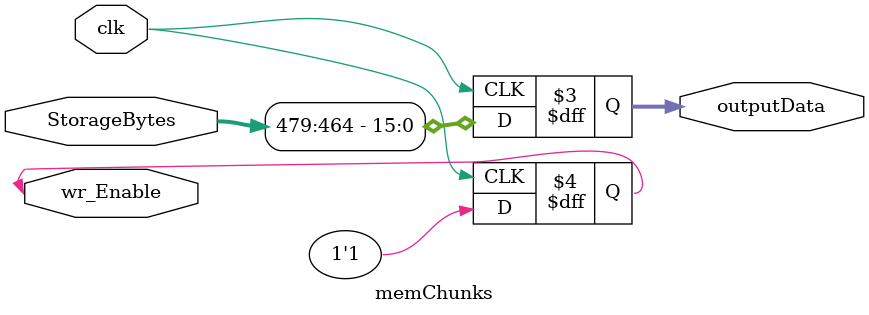
<source format=v>
module memChunks(
    input wire clk,
    input wire [479:0] StorageBytes, // 480-bit storage for simplicity
	 
	 output reg [15:0] outputData ,
	 inout reg wr_Enable
);

integer i;
integer j;

//always @(negedge wr_Enable)

always @(posedge clk)
begin
	for (i = 0; i < 480; i = i + 16) begin 
        outputData <= StorageBytes[i +: 16]; // Take a 16-bit chunk from StorageBytes
        wr_Enable <= 1'b1; // Enable write for each chunk
   end
end

endmodule

</source>
